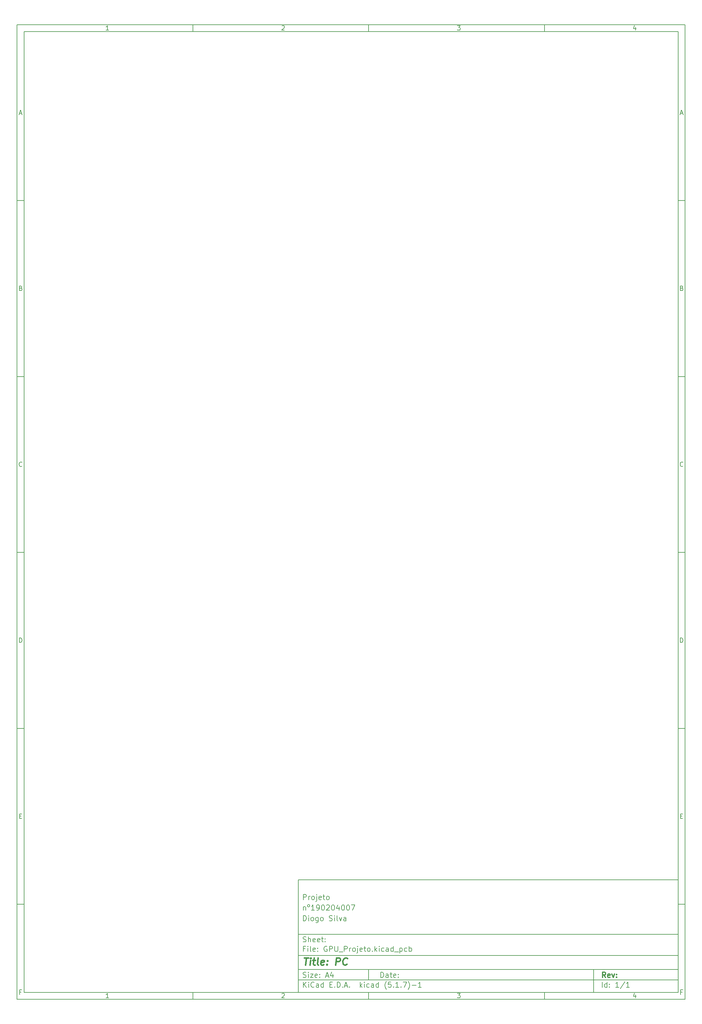
<source format=gbr>
%TF.GenerationSoftware,KiCad,Pcbnew,(5.1.7)-1*%
%TF.CreationDate,2021-02-02T03:53:03+00:00*%
%TF.ProjectId,GPU_Projeto,4750555f-5072-46f6-9a65-746f2e6b6963,rev?*%
%TF.SameCoordinates,Original*%
%TF.FileFunction,Other,User*%
%FSLAX46Y46*%
G04 Gerber Fmt 4.6, Leading zero omitted, Abs format (unit mm)*
G04 Created by KiCad (PCBNEW (5.1.7)-1) date 2021-02-02 03:53:03*
%MOMM*%
%LPD*%
G01*
G04 APERTURE LIST*
%ADD10C,0.100000*%
%ADD11C,0.150000*%
%ADD12C,0.300000*%
%ADD13C,0.400000*%
G04 APERTURE END LIST*
D10*
D11*
X90007200Y-253002200D02*
X90007200Y-285002200D01*
X198007200Y-285002200D01*
X198007200Y-253002200D01*
X90007200Y-253002200D01*
D10*
D11*
X10000000Y-10000000D02*
X10000000Y-287002200D01*
X200007200Y-287002200D01*
X200007200Y-10000000D01*
X10000000Y-10000000D01*
D10*
D11*
X12000000Y-12000000D02*
X12000000Y-285002200D01*
X198007200Y-285002200D01*
X198007200Y-12000000D01*
X12000000Y-12000000D01*
D10*
D11*
X60000000Y-12000000D02*
X60000000Y-10000000D01*
D10*
D11*
X110000000Y-12000000D02*
X110000000Y-10000000D01*
D10*
D11*
X160000000Y-12000000D02*
X160000000Y-10000000D01*
D10*
D11*
X36065476Y-11588095D02*
X35322619Y-11588095D01*
X35694047Y-11588095D02*
X35694047Y-10288095D01*
X35570238Y-10473809D01*
X35446428Y-10597619D01*
X35322619Y-10659523D01*
D10*
D11*
X85322619Y-10411904D02*
X85384523Y-10350000D01*
X85508333Y-10288095D01*
X85817857Y-10288095D01*
X85941666Y-10350000D01*
X86003571Y-10411904D01*
X86065476Y-10535714D01*
X86065476Y-10659523D01*
X86003571Y-10845238D01*
X85260714Y-11588095D01*
X86065476Y-11588095D01*
D10*
D11*
X135260714Y-10288095D02*
X136065476Y-10288095D01*
X135632142Y-10783333D01*
X135817857Y-10783333D01*
X135941666Y-10845238D01*
X136003571Y-10907142D01*
X136065476Y-11030952D01*
X136065476Y-11340476D01*
X136003571Y-11464285D01*
X135941666Y-11526190D01*
X135817857Y-11588095D01*
X135446428Y-11588095D01*
X135322619Y-11526190D01*
X135260714Y-11464285D01*
D10*
D11*
X185941666Y-10721428D02*
X185941666Y-11588095D01*
X185632142Y-10226190D02*
X185322619Y-11154761D01*
X186127380Y-11154761D01*
D10*
D11*
X60000000Y-285002200D02*
X60000000Y-287002200D01*
D10*
D11*
X110000000Y-285002200D02*
X110000000Y-287002200D01*
D10*
D11*
X160000000Y-285002200D02*
X160000000Y-287002200D01*
D10*
D11*
X36065476Y-286590295D02*
X35322619Y-286590295D01*
X35694047Y-286590295D02*
X35694047Y-285290295D01*
X35570238Y-285476009D01*
X35446428Y-285599819D01*
X35322619Y-285661723D01*
D10*
D11*
X85322619Y-285414104D02*
X85384523Y-285352200D01*
X85508333Y-285290295D01*
X85817857Y-285290295D01*
X85941666Y-285352200D01*
X86003571Y-285414104D01*
X86065476Y-285537914D01*
X86065476Y-285661723D01*
X86003571Y-285847438D01*
X85260714Y-286590295D01*
X86065476Y-286590295D01*
D10*
D11*
X135260714Y-285290295D02*
X136065476Y-285290295D01*
X135632142Y-285785533D01*
X135817857Y-285785533D01*
X135941666Y-285847438D01*
X136003571Y-285909342D01*
X136065476Y-286033152D01*
X136065476Y-286342676D01*
X136003571Y-286466485D01*
X135941666Y-286528390D01*
X135817857Y-286590295D01*
X135446428Y-286590295D01*
X135322619Y-286528390D01*
X135260714Y-286466485D01*
D10*
D11*
X185941666Y-285723628D02*
X185941666Y-286590295D01*
X185632142Y-285228390D02*
X185322619Y-286156961D01*
X186127380Y-286156961D01*
D10*
D11*
X10000000Y-60000000D02*
X12000000Y-60000000D01*
D10*
D11*
X10000000Y-110000000D02*
X12000000Y-110000000D01*
D10*
D11*
X10000000Y-160000000D02*
X12000000Y-160000000D01*
D10*
D11*
X10000000Y-210000000D02*
X12000000Y-210000000D01*
D10*
D11*
X10000000Y-260000000D02*
X12000000Y-260000000D01*
D10*
D11*
X10690476Y-35216666D02*
X11309523Y-35216666D01*
X10566666Y-35588095D02*
X11000000Y-34288095D01*
X11433333Y-35588095D01*
D10*
D11*
X11092857Y-84907142D02*
X11278571Y-84969047D01*
X11340476Y-85030952D01*
X11402380Y-85154761D01*
X11402380Y-85340476D01*
X11340476Y-85464285D01*
X11278571Y-85526190D01*
X11154761Y-85588095D01*
X10659523Y-85588095D01*
X10659523Y-84288095D01*
X11092857Y-84288095D01*
X11216666Y-84350000D01*
X11278571Y-84411904D01*
X11340476Y-84535714D01*
X11340476Y-84659523D01*
X11278571Y-84783333D01*
X11216666Y-84845238D01*
X11092857Y-84907142D01*
X10659523Y-84907142D01*
D10*
D11*
X11402380Y-135464285D02*
X11340476Y-135526190D01*
X11154761Y-135588095D01*
X11030952Y-135588095D01*
X10845238Y-135526190D01*
X10721428Y-135402380D01*
X10659523Y-135278571D01*
X10597619Y-135030952D01*
X10597619Y-134845238D01*
X10659523Y-134597619D01*
X10721428Y-134473809D01*
X10845238Y-134350000D01*
X11030952Y-134288095D01*
X11154761Y-134288095D01*
X11340476Y-134350000D01*
X11402380Y-134411904D01*
D10*
D11*
X10659523Y-185588095D02*
X10659523Y-184288095D01*
X10969047Y-184288095D01*
X11154761Y-184350000D01*
X11278571Y-184473809D01*
X11340476Y-184597619D01*
X11402380Y-184845238D01*
X11402380Y-185030952D01*
X11340476Y-185278571D01*
X11278571Y-185402380D01*
X11154761Y-185526190D01*
X10969047Y-185588095D01*
X10659523Y-185588095D01*
D10*
D11*
X10721428Y-234907142D02*
X11154761Y-234907142D01*
X11340476Y-235588095D02*
X10721428Y-235588095D01*
X10721428Y-234288095D01*
X11340476Y-234288095D01*
D10*
D11*
X11185714Y-284907142D02*
X10752380Y-284907142D01*
X10752380Y-285588095D02*
X10752380Y-284288095D01*
X11371428Y-284288095D01*
D10*
D11*
X200007200Y-60000000D02*
X198007200Y-60000000D01*
D10*
D11*
X200007200Y-110000000D02*
X198007200Y-110000000D01*
D10*
D11*
X200007200Y-160000000D02*
X198007200Y-160000000D01*
D10*
D11*
X200007200Y-210000000D02*
X198007200Y-210000000D01*
D10*
D11*
X200007200Y-260000000D02*
X198007200Y-260000000D01*
D10*
D11*
X198697676Y-35216666D02*
X199316723Y-35216666D01*
X198573866Y-35588095D02*
X199007200Y-34288095D01*
X199440533Y-35588095D01*
D10*
D11*
X199100057Y-84907142D02*
X199285771Y-84969047D01*
X199347676Y-85030952D01*
X199409580Y-85154761D01*
X199409580Y-85340476D01*
X199347676Y-85464285D01*
X199285771Y-85526190D01*
X199161961Y-85588095D01*
X198666723Y-85588095D01*
X198666723Y-84288095D01*
X199100057Y-84288095D01*
X199223866Y-84350000D01*
X199285771Y-84411904D01*
X199347676Y-84535714D01*
X199347676Y-84659523D01*
X199285771Y-84783333D01*
X199223866Y-84845238D01*
X199100057Y-84907142D01*
X198666723Y-84907142D01*
D10*
D11*
X199409580Y-135464285D02*
X199347676Y-135526190D01*
X199161961Y-135588095D01*
X199038152Y-135588095D01*
X198852438Y-135526190D01*
X198728628Y-135402380D01*
X198666723Y-135278571D01*
X198604819Y-135030952D01*
X198604819Y-134845238D01*
X198666723Y-134597619D01*
X198728628Y-134473809D01*
X198852438Y-134350000D01*
X199038152Y-134288095D01*
X199161961Y-134288095D01*
X199347676Y-134350000D01*
X199409580Y-134411904D01*
D10*
D11*
X198666723Y-185588095D02*
X198666723Y-184288095D01*
X198976247Y-184288095D01*
X199161961Y-184350000D01*
X199285771Y-184473809D01*
X199347676Y-184597619D01*
X199409580Y-184845238D01*
X199409580Y-185030952D01*
X199347676Y-185278571D01*
X199285771Y-185402380D01*
X199161961Y-185526190D01*
X198976247Y-185588095D01*
X198666723Y-185588095D01*
D10*
D11*
X198728628Y-234907142D02*
X199161961Y-234907142D01*
X199347676Y-235588095D02*
X198728628Y-235588095D01*
X198728628Y-234288095D01*
X199347676Y-234288095D01*
D10*
D11*
X199192914Y-284907142D02*
X198759580Y-284907142D01*
X198759580Y-285588095D02*
X198759580Y-284288095D01*
X199378628Y-284288095D01*
D10*
D11*
X113439342Y-280780771D02*
X113439342Y-279280771D01*
X113796485Y-279280771D01*
X114010771Y-279352200D01*
X114153628Y-279495057D01*
X114225057Y-279637914D01*
X114296485Y-279923628D01*
X114296485Y-280137914D01*
X114225057Y-280423628D01*
X114153628Y-280566485D01*
X114010771Y-280709342D01*
X113796485Y-280780771D01*
X113439342Y-280780771D01*
X115582200Y-280780771D02*
X115582200Y-279995057D01*
X115510771Y-279852200D01*
X115367914Y-279780771D01*
X115082200Y-279780771D01*
X114939342Y-279852200D01*
X115582200Y-280709342D02*
X115439342Y-280780771D01*
X115082200Y-280780771D01*
X114939342Y-280709342D01*
X114867914Y-280566485D01*
X114867914Y-280423628D01*
X114939342Y-280280771D01*
X115082200Y-280209342D01*
X115439342Y-280209342D01*
X115582200Y-280137914D01*
X116082200Y-279780771D02*
X116653628Y-279780771D01*
X116296485Y-279280771D02*
X116296485Y-280566485D01*
X116367914Y-280709342D01*
X116510771Y-280780771D01*
X116653628Y-280780771D01*
X117725057Y-280709342D02*
X117582200Y-280780771D01*
X117296485Y-280780771D01*
X117153628Y-280709342D01*
X117082200Y-280566485D01*
X117082200Y-279995057D01*
X117153628Y-279852200D01*
X117296485Y-279780771D01*
X117582200Y-279780771D01*
X117725057Y-279852200D01*
X117796485Y-279995057D01*
X117796485Y-280137914D01*
X117082200Y-280280771D01*
X118439342Y-280637914D02*
X118510771Y-280709342D01*
X118439342Y-280780771D01*
X118367914Y-280709342D01*
X118439342Y-280637914D01*
X118439342Y-280780771D01*
X118439342Y-279852200D02*
X118510771Y-279923628D01*
X118439342Y-279995057D01*
X118367914Y-279923628D01*
X118439342Y-279852200D01*
X118439342Y-279995057D01*
D10*
D11*
X90007200Y-281502200D02*
X198007200Y-281502200D01*
D10*
D11*
X91439342Y-283580771D02*
X91439342Y-282080771D01*
X92296485Y-283580771D02*
X91653628Y-282723628D01*
X92296485Y-282080771D02*
X91439342Y-282937914D01*
X92939342Y-283580771D02*
X92939342Y-282580771D01*
X92939342Y-282080771D02*
X92867914Y-282152200D01*
X92939342Y-282223628D01*
X93010771Y-282152200D01*
X92939342Y-282080771D01*
X92939342Y-282223628D01*
X94510771Y-283437914D02*
X94439342Y-283509342D01*
X94225057Y-283580771D01*
X94082200Y-283580771D01*
X93867914Y-283509342D01*
X93725057Y-283366485D01*
X93653628Y-283223628D01*
X93582200Y-282937914D01*
X93582200Y-282723628D01*
X93653628Y-282437914D01*
X93725057Y-282295057D01*
X93867914Y-282152200D01*
X94082200Y-282080771D01*
X94225057Y-282080771D01*
X94439342Y-282152200D01*
X94510771Y-282223628D01*
X95796485Y-283580771D02*
X95796485Y-282795057D01*
X95725057Y-282652200D01*
X95582200Y-282580771D01*
X95296485Y-282580771D01*
X95153628Y-282652200D01*
X95796485Y-283509342D02*
X95653628Y-283580771D01*
X95296485Y-283580771D01*
X95153628Y-283509342D01*
X95082200Y-283366485D01*
X95082200Y-283223628D01*
X95153628Y-283080771D01*
X95296485Y-283009342D01*
X95653628Y-283009342D01*
X95796485Y-282937914D01*
X97153628Y-283580771D02*
X97153628Y-282080771D01*
X97153628Y-283509342D02*
X97010771Y-283580771D01*
X96725057Y-283580771D01*
X96582200Y-283509342D01*
X96510771Y-283437914D01*
X96439342Y-283295057D01*
X96439342Y-282866485D01*
X96510771Y-282723628D01*
X96582200Y-282652200D01*
X96725057Y-282580771D01*
X97010771Y-282580771D01*
X97153628Y-282652200D01*
X99010771Y-282795057D02*
X99510771Y-282795057D01*
X99725057Y-283580771D02*
X99010771Y-283580771D01*
X99010771Y-282080771D01*
X99725057Y-282080771D01*
X100367914Y-283437914D02*
X100439342Y-283509342D01*
X100367914Y-283580771D01*
X100296485Y-283509342D01*
X100367914Y-283437914D01*
X100367914Y-283580771D01*
X101082200Y-283580771D02*
X101082200Y-282080771D01*
X101439342Y-282080771D01*
X101653628Y-282152200D01*
X101796485Y-282295057D01*
X101867914Y-282437914D01*
X101939342Y-282723628D01*
X101939342Y-282937914D01*
X101867914Y-283223628D01*
X101796485Y-283366485D01*
X101653628Y-283509342D01*
X101439342Y-283580771D01*
X101082200Y-283580771D01*
X102582200Y-283437914D02*
X102653628Y-283509342D01*
X102582200Y-283580771D01*
X102510771Y-283509342D01*
X102582200Y-283437914D01*
X102582200Y-283580771D01*
X103225057Y-283152200D02*
X103939342Y-283152200D01*
X103082200Y-283580771D02*
X103582200Y-282080771D01*
X104082200Y-283580771D01*
X104582200Y-283437914D02*
X104653628Y-283509342D01*
X104582200Y-283580771D01*
X104510771Y-283509342D01*
X104582200Y-283437914D01*
X104582200Y-283580771D01*
X107582200Y-283580771D02*
X107582200Y-282080771D01*
X107725057Y-283009342D02*
X108153628Y-283580771D01*
X108153628Y-282580771D02*
X107582200Y-283152200D01*
X108796485Y-283580771D02*
X108796485Y-282580771D01*
X108796485Y-282080771D02*
X108725057Y-282152200D01*
X108796485Y-282223628D01*
X108867914Y-282152200D01*
X108796485Y-282080771D01*
X108796485Y-282223628D01*
X110153628Y-283509342D02*
X110010771Y-283580771D01*
X109725057Y-283580771D01*
X109582200Y-283509342D01*
X109510771Y-283437914D01*
X109439342Y-283295057D01*
X109439342Y-282866485D01*
X109510771Y-282723628D01*
X109582200Y-282652200D01*
X109725057Y-282580771D01*
X110010771Y-282580771D01*
X110153628Y-282652200D01*
X111439342Y-283580771D02*
X111439342Y-282795057D01*
X111367914Y-282652200D01*
X111225057Y-282580771D01*
X110939342Y-282580771D01*
X110796485Y-282652200D01*
X111439342Y-283509342D02*
X111296485Y-283580771D01*
X110939342Y-283580771D01*
X110796485Y-283509342D01*
X110725057Y-283366485D01*
X110725057Y-283223628D01*
X110796485Y-283080771D01*
X110939342Y-283009342D01*
X111296485Y-283009342D01*
X111439342Y-282937914D01*
X112796485Y-283580771D02*
X112796485Y-282080771D01*
X112796485Y-283509342D02*
X112653628Y-283580771D01*
X112367914Y-283580771D01*
X112225057Y-283509342D01*
X112153628Y-283437914D01*
X112082200Y-283295057D01*
X112082200Y-282866485D01*
X112153628Y-282723628D01*
X112225057Y-282652200D01*
X112367914Y-282580771D01*
X112653628Y-282580771D01*
X112796485Y-282652200D01*
X115082200Y-284152200D02*
X115010771Y-284080771D01*
X114867914Y-283866485D01*
X114796485Y-283723628D01*
X114725057Y-283509342D01*
X114653628Y-283152200D01*
X114653628Y-282866485D01*
X114725057Y-282509342D01*
X114796485Y-282295057D01*
X114867914Y-282152200D01*
X115010771Y-281937914D01*
X115082200Y-281866485D01*
X116367914Y-282080771D02*
X115653628Y-282080771D01*
X115582200Y-282795057D01*
X115653628Y-282723628D01*
X115796485Y-282652200D01*
X116153628Y-282652200D01*
X116296485Y-282723628D01*
X116367914Y-282795057D01*
X116439342Y-282937914D01*
X116439342Y-283295057D01*
X116367914Y-283437914D01*
X116296485Y-283509342D01*
X116153628Y-283580771D01*
X115796485Y-283580771D01*
X115653628Y-283509342D01*
X115582200Y-283437914D01*
X117082200Y-283437914D02*
X117153628Y-283509342D01*
X117082200Y-283580771D01*
X117010771Y-283509342D01*
X117082200Y-283437914D01*
X117082200Y-283580771D01*
X118582200Y-283580771D02*
X117725057Y-283580771D01*
X118153628Y-283580771D02*
X118153628Y-282080771D01*
X118010771Y-282295057D01*
X117867914Y-282437914D01*
X117725057Y-282509342D01*
X119225057Y-283437914D02*
X119296485Y-283509342D01*
X119225057Y-283580771D01*
X119153628Y-283509342D01*
X119225057Y-283437914D01*
X119225057Y-283580771D01*
X119796485Y-282080771D02*
X120796485Y-282080771D01*
X120153628Y-283580771D01*
X121225057Y-284152200D02*
X121296485Y-284080771D01*
X121439342Y-283866485D01*
X121510771Y-283723628D01*
X121582200Y-283509342D01*
X121653628Y-283152200D01*
X121653628Y-282866485D01*
X121582200Y-282509342D01*
X121510771Y-282295057D01*
X121439342Y-282152200D01*
X121296485Y-281937914D01*
X121225057Y-281866485D01*
X122367914Y-283009342D02*
X123510771Y-283009342D01*
X125010771Y-283580771D02*
X124153628Y-283580771D01*
X124582200Y-283580771D02*
X124582200Y-282080771D01*
X124439342Y-282295057D01*
X124296485Y-282437914D01*
X124153628Y-282509342D01*
D10*
D11*
X90007200Y-278502200D02*
X198007200Y-278502200D01*
D10*
D12*
X177416485Y-280780771D02*
X176916485Y-280066485D01*
X176559342Y-280780771D02*
X176559342Y-279280771D01*
X177130771Y-279280771D01*
X177273628Y-279352200D01*
X177345057Y-279423628D01*
X177416485Y-279566485D01*
X177416485Y-279780771D01*
X177345057Y-279923628D01*
X177273628Y-279995057D01*
X177130771Y-280066485D01*
X176559342Y-280066485D01*
X178630771Y-280709342D02*
X178487914Y-280780771D01*
X178202200Y-280780771D01*
X178059342Y-280709342D01*
X177987914Y-280566485D01*
X177987914Y-279995057D01*
X178059342Y-279852200D01*
X178202200Y-279780771D01*
X178487914Y-279780771D01*
X178630771Y-279852200D01*
X178702200Y-279995057D01*
X178702200Y-280137914D01*
X177987914Y-280280771D01*
X179202200Y-279780771D02*
X179559342Y-280780771D01*
X179916485Y-279780771D01*
X180487914Y-280637914D02*
X180559342Y-280709342D01*
X180487914Y-280780771D01*
X180416485Y-280709342D01*
X180487914Y-280637914D01*
X180487914Y-280780771D01*
X180487914Y-279852200D02*
X180559342Y-279923628D01*
X180487914Y-279995057D01*
X180416485Y-279923628D01*
X180487914Y-279852200D01*
X180487914Y-279995057D01*
D10*
D11*
X91367914Y-280709342D02*
X91582200Y-280780771D01*
X91939342Y-280780771D01*
X92082200Y-280709342D01*
X92153628Y-280637914D01*
X92225057Y-280495057D01*
X92225057Y-280352200D01*
X92153628Y-280209342D01*
X92082200Y-280137914D01*
X91939342Y-280066485D01*
X91653628Y-279995057D01*
X91510771Y-279923628D01*
X91439342Y-279852200D01*
X91367914Y-279709342D01*
X91367914Y-279566485D01*
X91439342Y-279423628D01*
X91510771Y-279352200D01*
X91653628Y-279280771D01*
X92010771Y-279280771D01*
X92225057Y-279352200D01*
X92867914Y-280780771D02*
X92867914Y-279780771D01*
X92867914Y-279280771D02*
X92796485Y-279352200D01*
X92867914Y-279423628D01*
X92939342Y-279352200D01*
X92867914Y-279280771D01*
X92867914Y-279423628D01*
X93439342Y-279780771D02*
X94225057Y-279780771D01*
X93439342Y-280780771D01*
X94225057Y-280780771D01*
X95367914Y-280709342D02*
X95225057Y-280780771D01*
X94939342Y-280780771D01*
X94796485Y-280709342D01*
X94725057Y-280566485D01*
X94725057Y-279995057D01*
X94796485Y-279852200D01*
X94939342Y-279780771D01*
X95225057Y-279780771D01*
X95367914Y-279852200D01*
X95439342Y-279995057D01*
X95439342Y-280137914D01*
X94725057Y-280280771D01*
X96082200Y-280637914D02*
X96153628Y-280709342D01*
X96082200Y-280780771D01*
X96010771Y-280709342D01*
X96082200Y-280637914D01*
X96082200Y-280780771D01*
X96082200Y-279852200D02*
X96153628Y-279923628D01*
X96082200Y-279995057D01*
X96010771Y-279923628D01*
X96082200Y-279852200D01*
X96082200Y-279995057D01*
X97867914Y-280352200D02*
X98582200Y-280352200D01*
X97725057Y-280780771D02*
X98225057Y-279280771D01*
X98725057Y-280780771D01*
X99867914Y-279780771D02*
X99867914Y-280780771D01*
X99510771Y-279209342D02*
X99153628Y-280280771D01*
X100082200Y-280280771D01*
D10*
D11*
X176439342Y-283580771D02*
X176439342Y-282080771D01*
X177796485Y-283580771D02*
X177796485Y-282080771D01*
X177796485Y-283509342D02*
X177653628Y-283580771D01*
X177367914Y-283580771D01*
X177225057Y-283509342D01*
X177153628Y-283437914D01*
X177082200Y-283295057D01*
X177082200Y-282866485D01*
X177153628Y-282723628D01*
X177225057Y-282652200D01*
X177367914Y-282580771D01*
X177653628Y-282580771D01*
X177796485Y-282652200D01*
X178510771Y-283437914D02*
X178582200Y-283509342D01*
X178510771Y-283580771D01*
X178439342Y-283509342D01*
X178510771Y-283437914D01*
X178510771Y-283580771D01*
X178510771Y-282652200D02*
X178582200Y-282723628D01*
X178510771Y-282795057D01*
X178439342Y-282723628D01*
X178510771Y-282652200D01*
X178510771Y-282795057D01*
X181153628Y-283580771D02*
X180296485Y-283580771D01*
X180725057Y-283580771D02*
X180725057Y-282080771D01*
X180582200Y-282295057D01*
X180439342Y-282437914D01*
X180296485Y-282509342D01*
X182867914Y-282009342D02*
X181582200Y-283937914D01*
X184153628Y-283580771D02*
X183296485Y-283580771D01*
X183725057Y-283580771D02*
X183725057Y-282080771D01*
X183582200Y-282295057D01*
X183439342Y-282437914D01*
X183296485Y-282509342D01*
D10*
D11*
X90007200Y-274502200D02*
X198007200Y-274502200D01*
D10*
D13*
X91719580Y-275206961D02*
X92862438Y-275206961D01*
X92041009Y-277206961D02*
X92291009Y-275206961D01*
X93279104Y-277206961D02*
X93445771Y-275873628D01*
X93529104Y-275206961D02*
X93421961Y-275302200D01*
X93505295Y-275397438D01*
X93612438Y-275302200D01*
X93529104Y-275206961D01*
X93505295Y-275397438D01*
X94112438Y-275873628D02*
X94874342Y-275873628D01*
X94481485Y-275206961D02*
X94267200Y-276921247D01*
X94338628Y-277111723D01*
X94517200Y-277206961D01*
X94707676Y-277206961D01*
X95660057Y-277206961D02*
X95481485Y-277111723D01*
X95410057Y-276921247D01*
X95624342Y-275206961D01*
X97195771Y-277111723D02*
X96993390Y-277206961D01*
X96612438Y-277206961D01*
X96433866Y-277111723D01*
X96362438Y-276921247D01*
X96457676Y-276159342D01*
X96576723Y-275968866D01*
X96779104Y-275873628D01*
X97160057Y-275873628D01*
X97338628Y-275968866D01*
X97410057Y-276159342D01*
X97386247Y-276349819D01*
X96410057Y-276540295D01*
X98160057Y-277016485D02*
X98243390Y-277111723D01*
X98136247Y-277206961D01*
X98052914Y-277111723D01*
X98160057Y-277016485D01*
X98136247Y-277206961D01*
X98291009Y-275968866D02*
X98374342Y-276064104D01*
X98267200Y-276159342D01*
X98183866Y-276064104D01*
X98291009Y-275968866D01*
X98267200Y-276159342D01*
X100612438Y-277206961D02*
X100862438Y-275206961D01*
X101624342Y-275206961D01*
X101802914Y-275302200D01*
X101886247Y-275397438D01*
X101957676Y-275587914D01*
X101921961Y-275873628D01*
X101802914Y-276064104D01*
X101695771Y-276159342D01*
X101493390Y-276254580D01*
X100731485Y-276254580D01*
X103779104Y-277016485D02*
X103671961Y-277111723D01*
X103374342Y-277206961D01*
X103183866Y-277206961D01*
X102910057Y-277111723D01*
X102743390Y-276921247D01*
X102671961Y-276730771D01*
X102624342Y-276349819D01*
X102660057Y-276064104D01*
X102802914Y-275683152D01*
X102921961Y-275492676D01*
X103136247Y-275302200D01*
X103433866Y-275206961D01*
X103624342Y-275206961D01*
X103898152Y-275302200D01*
X103981485Y-275397438D01*
D10*
D11*
X91939342Y-272595057D02*
X91439342Y-272595057D01*
X91439342Y-273380771D02*
X91439342Y-271880771D01*
X92153628Y-271880771D01*
X92725057Y-273380771D02*
X92725057Y-272380771D01*
X92725057Y-271880771D02*
X92653628Y-271952200D01*
X92725057Y-272023628D01*
X92796485Y-271952200D01*
X92725057Y-271880771D01*
X92725057Y-272023628D01*
X93653628Y-273380771D02*
X93510771Y-273309342D01*
X93439342Y-273166485D01*
X93439342Y-271880771D01*
X94796485Y-273309342D02*
X94653628Y-273380771D01*
X94367914Y-273380771D01*
X94225057Y-273309342D01*
X94153628Y-273166485D01*
X94153628Y-272595057D01*
X94225057Y-272452200D01*
X94367914Y-272380771D01*
X94653628Y-272380771D01*
X94796485Y-272452200D01*
X94867914Y-272595057D01*
X94867914Y-272737914D01*
X94153628Y-272880771D01*
X95510771Y-273237914D02*
X95582200Y-273309342D01*
X95510771Y-273380771D01*
X95439342Y-273309342D01*
X95510771Y-273237914D01*
X95510771Y-273380771D01*
X95510771Y-272452200D02*
X95582200Y-272523628D01*
X95510771Y-272595057D01*
X95439342Y-272523628D01*
X95510771Y-272452200D01*
X95510771Y-272595057D01*
X98153628Y-271952200D02*
X98010771Y-271880771D01*
X97796485Y-271880771D01*
X97582200Y-271952200D01*
X97439342Y-272095057D01*
X97367914Y-272237914D01*
X97296485Y-272523628D01*
X97296485Y-272737914D01*
X97367914Y-273023628D01*
X97439342Y-273166485D01*
X97582200Y-273309342D01*
X97796485Y-273380771D01*
X97939342Y-273380771D01*
X98153628Y-273309342D01*
X98225057Y-273237914D01*
X98225057Y-272737914D01*
X97939342Y-272737914D01*
X98867914Y-273380771D02*
X98867914Y-271880771D01*
X99439342Y-271880771D01*
X99582200Y-271952200D01*
X99653628Y-272023628D01*
X99725057Y-272166485D01*
X99725057Y-272380771D01*
X99653628Y-272523628D01*
X99582200Y-272595057D01*
X99439342Y-272666485D01*
X98867914Y-272666485D01*
X100367914Y-271880771D02*
X100367914Y-273095057D01*
X100439342Y-273237914D01*
X100510771Y-273309342D01*
X100653628Y-273380771D01*
X100939342Y-273380771D01*
X101082200Y-273309342D01*
X101153628Y-273237914D01*
X101225057Y-273095057D01*
X101225057Y-271880771D01*
X101582200Y-273523628D02*
X102725057Y-273523628D01*
X103082200Y-273380771D02*
X103082200Y-271880771D01*
X103653628Y-271880771D01*
X103796485Y-271952200D01*
X103867914Y-272023628D01*
X103939342Y-272166485D01*
X103939342Y-272380771D01*
X103867914Y-272523628D01*
X103796485Y-272595057D01*
X103653628Y-272666485D01*
X103082200Y-272666485D01*
X104582200Y-273380771D02*
X104582200Y-272380771D01*
X104582200Y-272666485D02*
X104653628Y-272523628D01*
X104725057Y-272452200D01*
X104867914Y-272380771D01*
X105010771Y-272380771D01*
X105725057Y-273380771D02*
X105582200Y-273309342D01*
X105510771Y-273237914D01*
X105439342Y-273095057D01*
X105439342Y-272666485D01*
X105510771Y-272523628D01*
X105582200Y-272452200D01*
X105725057Y-272380771D01*
X105939342Y-272380771D01*
X106082200Y-272452200D01*
X106153628Y-272523628D01*
X106225057Y-272666485D01*
X106225057Y-273095057D01*
X106153628Y-273237914D01*
X106082200Y-273309342D01*
X105939342Y-273380771D01*
X105725057Y-273380771D01*
X106867914Y-272380771D02*
X106867914Y-273666485D01*
X106796485Y-273809342D01*
X106653628Y-273880771D01*
X106582200Y-273880771D01*
X106867914Y-271880771D02*
X106796485Y-271952200D01*
X106867914Y-272023628D01*
X106939342Y-271952200D01*
X106867914Y-271880771D01*
X106867914Y-272023628D01*
X108153628Y-273309342D02*
X108010771Y-273380771D01*
X107725057Y-273380771D01*
X107582200Y-273309342D01*
X107510771Y-273166485D01*
X107510771Y-272595057D01*
X107582200Y-272452200D01*
X107725057Y-272380771D01*
X108010771Y-272380771D01*
X108153628Y-272452200D01*
X108225057Y-272595057D01*
X108225057Y-272737914D01*
X107510771Y-272880771D01*
X108653628Y-272380771D02*
X109225057Y-272380771D01*
X108867914Y-271880771D02*
X108867914Y-273166485D01*
X108939342Y-273309342D01*
X109082200Y-273380771D01*
X109225057Y-273380771D01*
X109939342Y-273380771D02*
X109796485Y-273309342D01*
X109725057Y-273237914D01*
X109653628Y-273095057D01*
X109653628Y-272666485D01*
X109725057Y-272523628D01*
X109796485Y-272452200D01*
X109939342Y-272380771D01*
X110153628Y-272380771D01*
X110296485Y-272452200D01*
X110367914Y-272523628D01*
X110439342Y-272666485D01*
X110439342Y-273095057D01*
X110367914Y-273237914D01*
X110296485Y-273309342D01*
X110153628Y-273380771D01*
X109939342Y-273380771D01*
X111082200Y-273237914D02*
X111153628Y-273309342D01*
X111082200Y-273380771D01*
X111010771Y-273309342D01*
X111082200Y-273237914D01*
X111082200Y-273380771D01*
X111796485Y-273380771D02*
X111796485Y-271880771D01*
X111939342Y-272809342D02*
X112367914Y-273380771D01*
X112367914Y-272380771D02*
X111796485Y-272952200D01*
X113010771Y-273380771D02*
X113010771Y-272380771D01*
X113010771Y-271880771D02*
X112939342Y-271952200D01*
X113010771Y-272023628D01*
X113082200Y-271952200D01*
X113010771Y-271880771D01*
X113010771Y-272023628D01*
X114367914Y-273309342D02*
X114225057Y-273380771D01*
X113939342Y-273380771D01*
X113796485Y-273309342D01*
X113725057Y-273237914D01*
X113653628Y-273095057D01*
X113653628Y-272666485D01*
X113725057Y-272523628D01*
X113796485Y-272452200D01*
X113939342Y-272380771D01*
X114225057Y-272380771D01*
X114367914Y-272452200D01*
X115653628Y-273380771D02*
X115653628Y-272595057D01*
X115582200Y-272452200D01*
X115439342Y-272380771D01*
X115153628Y-272380771D01*
X115010771Y-272452200D01*
X115653628Y-273309342D02*
X115510771Y-273380771D01*
X115153628Y-273380771D01*
X115010771Y-273309342D01*
X114939342Y-273166485D01*
X114939342Y-273023628D01*
X115010771Y-272880771D01*
X115153628Y-272809342D01*
X115510771Y-272809342D01*
X115653628Y-272737914D01*
X117010771Y-273380771D02*
X117010771Y-271880771D01*
X117010771Y-273309342D02*
X116867914Y-273380771D01*
X116582200Y-273380771D01*
X116439342Y-273309342D01*
X116367914Y-273237914D01*
X116296485Y-273095057D01*
X116296485Y-272666485D01*
X116367914Y-272523628D01*
X116439342Y-272452200D01*
X116582200Y-272380771D01*
X116867914Y-272380771D01*
X117010771Y-272452200D01*
X117367914Y-273523628D02*
X118510771Y-273523628D01*
X118867914Y-272380771D02*
X118867914Y-273880771D01*
X118867914Y-272452200D02*
X119010771Y-272380771D01*
X119296485Y-272380771D01*
X119439342Y-272452200D01*
X119510771Y-272523628D01*
X119582200Y-272666485D01*
X119582200Y-273095057D01*
X119510771Y-273237914D01*
X119439342Y-273309342D01*
X119296485Y-273380771D01*
X119010771Y-273380771D01*
X118867914Y-273309342D01*
X120867914Y-273309342D02*
X120725057Y-273380771D01*
X120439342Y-273380771D01*
X120296485Y-273309342D01*
X120225057Y-273237914D01*
X120153628Y-273095057D01*
X120153628Y-272666485D01*
X120225057Y-272523628D01*
X120296485Y-272452200D01*
X120439342Y-272380771D01*
X120725057Y-272380771D01*
X120867914Y-272452200D01*
X121510771Y-273380771D02*
X121510771Y-271880771D01*
X121510771Y-272452200D02*
X121653628Y-272380771D01*
X121939342Y-272380771D01*
X122082200Y-272452200D01*
X122153628Y-272523628D01*
X122225057Y-272666485D01*
X122225057Y-273095057D01*
X122153628Y-273237914D01*
X122082200Y-273309342D01*
X121939342Y-273380771D01*
X121653628Y-273380771D01*
X121510771Y-273309342D01*
D10*
D11*
X90007200Y-268502200D02*
X198007200Y-268502200D01*
D10*
D11*
X91367914Y-270609342D02*
X91582200Y-270680771D01*
X91939342Y-270680771D01*
X92082200Y-270609342D01*
X92153628Y-270537914D01*
X92225057Y-270395057D01*
X92225057Y-270252200D01*
X92153628Y-270109342D01*
X92082200Y-270037914D01*
X91939342Y-269966485D01*
X91653628Y-269895057D01*
X91510771Y-269823628D01*
X91439342Y-269752200D01*
X91367914Y-269609342D01*
X91367914Y-269466485D01*
X91439342Y-269323628D01*
X91510771Y-269252200D01*
X91653628Y-269180771D01*
X92010771Y-269180771D01*
X92225057Y-269252200D01*
X92867914Y-270680771D02*
X92867914Y-269180771D01*
X93510771Y-270680771D02*
X93510771Y-269895057D01*
X93439342Y-269752200D01*
X93296485Y-269680771D01*
X93082200Y-269680771D01*
X92939342Y-269752200D01*
X92867914Y-269823628D01*
X94796485Y-270609342D02*
X94653628Y-270680771D01*
X94367914Y-270680771D01*
X94225057Y-270609342D01*
X94153628Y-270466485D01*
X94153628Y-269895057D01*
X94225057Y-269752200D01*
X94367914Y-269680771D01*
X94653628Y-269680771D01*
X94796485Y-269752200D01*
X94867914Y-269895057D01*
X94867914Y-270037914D01*
X94153628Y-270180771D01*
X96082200Y-270609342D02*
X95939342Y-270680771D01*
X95653628Y-270680771D01*
X95510771Y-270609342D01*
X95439342Y-270466485D01*
X95439342Y-269895057D01*
X95510771Y-269752200D01*
X95653628Y-269680771D01*
X95939342Y-269680771D01*
X96082200Y-269752200D01*
X96153628Y-269895057D01*
X96153628Y-270037914D01*
X95439342Y-270180771D01*
X96582200Y-269680771D02*
X97153628Y-269680771D01*
X96796485Y-269180771D02*
X96796485Y-270466485D01*
X96867914Y-270609342D01*
X97010771Y-270680771D01*
X97153628Y-270680771D01*
X97653628Y-270537914D02*
X97725057Y-270609342D01*
X97653628Y-270680771D01*
X97582200Y-270609342D01*
X97653628Y-270537914D01*
X97653628Y-270680771D01*
X97653628Y-269752200D02*
X97725057Y-269823628D01*
X97653628Y-269895057D01*
X97582200Y-269823628D01*
X97653628Y-269752200D01*
X97653628Y-269895057D01*
D10*
D11*
X91439342Y-264680771D02*
X91439342Y-263180771D01*
X91796485Y-263180771D01*
X92010771Y-263252200D01*
X92153628Y-263395057D01*
X92225057Y-263537914D01*
X92296485Y-263823628D01*
X92296485Y-264037914D01*
X92225057Y-264323628D01*
X92153628Y-264466485D01*
X92010771Y-264609342D01*
X91796485Y-264680771D01*
X91439342Y-264680771D01*
X92939342Y-264680771D02*
X92939342Y-263680771D01*
X92939342Y-263180771D02*
X92867914Y-263252200D01*
X92939342Y-263323628D01*
X93010771Y-263252200D01*
X92939342Y-263180771D01*
X92939342Y-263323628D01*
X93867914Y-264680771D02*
X93725057Y-264609342D01*
X93653628Y-264537914D01*
X93582200Y-264395057D01*
X93582200Y-263966485D01*
X93653628Y-263823628D01*
X93725057Y-263752200D01*
X93867914Y-263680771D01*
X94082200Y-263680771D01*
X94225057Y-263752200D01*
X94296485Y-263823628D01*
X94367914Y-263966485D01*
X94367914Y-264395057D01*
X94296485Y-264537914D01*
X94225057Y-264609342D01*
X94082200Y-264680771D01*
X93867914Y-264680771D01*
X95653628Y-263680771D02*
X95653628Y-264895057D01*
X95582200Y-265037914D01*
X95510771Y-265109342D01*
X95367914Y-265180771D01*
X95153628Y-265180771D01*
X95010771Y-265109342D01*
X95653628Y-264609342D02*
X95510771Y-264680771D01*
X95225057Y-264680771D01*
X95082200Y-264609342D01*
X95010771Y-264537914D01*
X94939342Y-264395057D01*
X94939342Y-263966485D01*
X95010771Y-263823628D01*
X95082200Y-263752200D01*
X95225057Y-263680771D01*
X95510771Y-263680771D01*
X95653628Y-263752200D01*
X96582200Y-264680771D02*
X96439342Y-264609342D01*
X96367914Y-264537914D01*
X96296485Y-264395057D01*
X96296485Y-263966485D01*
X96367914Y-263823628D01*
X96439342Y-263752200D01*
X96582200Y-263680771D01*
X96796485Y-263680771D01*
X96939342Y-263752200D01*
X97010771Y-263823628D01*
X97082200Y-263966485D01*
X97082200Y-264395057D01*
X97010771Y-264537914D01*
X96939342Y-264609342D01*
X96796485Y-264680771D01*
X96582200Y-264680771D01*
X98796485Y-264609342D02*
X99010771Y-264680771D01*
X99367914Y-264680771D01*
X99510771Y-264609342D01*
X99582200Y-264537914D01*
X99653628Y-264395057D01*
X99653628Y-264252200D01*
X99582200Y-264109342D01*
X99510771Y-264037914D01*
X99367914Y-263966485D01*
X99082200Y-263895057D01*
X98939342Y-263823628D01*
X98867914Y-263752200D01*
X98796485Y-263609342D01*
X98796485Y-263466485D01*
X98867914Y-263323628D01*
X98939342Y-263252200D01*
X99082200Y-263180771D01*
X99439342Y-263180771D01*
X99653628Y-263252200D01*
X100296485Y-264680771D02*
X100296485Y-263680771D01*
X100296485Y-263180771D02*
X100225057Y-263252200D01*
X100296485Y-263323628D01*
X100367914Y-263252200D01*
X100296485Y-263180771D01*
X100296485Y-263323628D01*
X101225057Y-264680771D02*
X101082200Y-264609342D01*
X101010771Y-264466485D01*
X101010771Y-263180771D01*
X101653628Y-263680771D02*
X102010771Y-264680771D01*
X102367914Y-263680771D01*
X103582200Y-264680771D02*
X103582200Y-263895057D01*
X103510771Y-263752200D01*
X103367914Y-263680771D01*
X103082200Y-263680771D01*
X102939342Y-263752200D01*
X103582200Y-264609342D02*
X103439342Y-264680771D01*
X103082200Y-264680771D01*
X102939342Y-264609342D01*
X102867914Y-264466485D01*
X102867914Y-264323628D01*
X102939342Y-264180771D01*
X103082200Y-264109342D01*
X103439342Y-264109342D01*
X103582200Y-264037914D01*
D10*
D11*
X91439342Y-260680771D02*
X91439342Y-261680771D01*
X91439342Y-260823628D02*
X91510771Y-260752200D01*
X91653628Y-260680771D01*
X91867914Y-260680771D01*
X92010771Y-260752200D01*
X92082200Y-260895057D01*
X92082200Y-261680771D01*
X92867914Y-260752200D02*
X92725057Y-260680771D01*
X92653628Y-260537914D01*
X92653628Y-260252200D01*
X92725057Y-260109342D01*
X92867914Y-260037914D01*
X93010771Y-260037914D01*
X93153628Y-260109342D01*
X93225057Y-260252200D01*
X93225057Y-260537914D01*
X93153628Y-260680771D01*
X93010771Y-260752200D01*
X92867914Y-260752200D01*
X94582200Y-261680771D02*
X93725057Y-261680771D01*
X94153628Y-261680771D02*
X94153628Y-260180771D01*
X94010771Y-260395057D01*
X93867914Y-260537914D01*
X93725057Y-260609342D01*
X95296485Y-261680771D02*
X95582200Y-261680771D01*
X95725057Y-261609342D01*
X95796485Y-261537914D01*
X95939342Y-261323628D01*
X96010771Y-261037914D01*
X96010771Y-260466485D01*
X95939342Y-260323628D01*
X95867914Y-260252200D01*
X95725057Y-260180771D01*
X95439342Y-260180771D01*
X95296485Y-260252200D01*
X95225057Y-260323628D01*
X95153628Y-260466485D01*
X95153628Y-260823628D01*
X95225057Y-260966485D01*
X95296485Y-261037914D01*
X95439342Y-261109342D01*
X95725057Y-261109342D01*
X95867914Y-261037914D01*
X95939342Y-260966485D01*
X96010771Y-260823628D01*
X96939342Y-260180771D02*
X97082200Y-260180771D01*
X97225057Y-260252200D01*
X97296485Y-260323628D01*
X97367914Y-260466485D01*
X97439342Y-260752200D01*
X97439342Y-261109342D01*
X97367914Y-261395057D01*
X97296485Y-261537914D01*
X97225057Y-261609342D01*
X97082200Y-261680771D01*
X96939342Y-261680771D01*
X96796485Y-261609342D01*
X96725057Y-261537914D01*
X96653628Y-261395057D01*
X96582200Y-261109342D01*
X96582200Y-260752200D01*
X96653628Y-260466485D01*
X96725057Y-260323628D01*
X96796485Y-260252200D01*
X96939342Y-260180771D01*
X98010771Y-260323628D02*
X98082200Y-260252200D01*
X98225057Y-260180771D01*
X98582200Y-260180771D01*
X98725057Y-260252200D01*
X98796485Y-260323628D01*
X98867914Y-260466485D01*
X98867914Y-260609342D01*
X98796485Y-260823628D01*
X97939342Y-261680771D01*
X98867914Y-261680771D01*
X99796485Y-260180771D02*
X99939342Y-260180771D01*
X100082200Y-260252200D01*
X100153628Y-260323628D01*
X100225057Y-260466485D01*
X100296485Y-260752200D01*
X100296485Y-261109342D01*
X100225057Y-261395057D01*
X100153628Y-261537914D01*
X100082200Y-261609342D01*
X99939342Y-261680771D01*
X99796485Y-261680771D01*
X99653628Y-261609342D01*
X99582200Y-261537914D01*
X99510771Y-261395057D01*
X99439342Y-261109342D01*
X99439342Y-260752200D01*
X99510771Y-260466485D01*
X99582200Y-260323628D01*
X99653628Y-260252200D01*
X99796485Y-260180771D01*
X101582200Y-260680771D02*
X101582200Y-261680771D01*
X101225057Y-260109342D02*
X100867914Y-261180771D01*
X101796485Y-261180771D01*
X102653628Y-260180771D02*
X102796485Y-260180771D01*
X102939342Y-260252200D01*
X103010771Y-260323628D01*
X103082200Y-260466485D01*
X103153628Y-260752200D01*
X103153628Y-261109342D01*
X103082200Y-261395057D01*
X103010771Y-261537914D01*
X102939342Y-261609342D01*
X102796485Y-261680771D01*
X102653628Y-261680771D01*
X102510771Y-261609342D01*
X102439342Y-261537914D01*
X102367914Y-261395057D01*
X102296485Y-261109342D01*
X102296485Y-260752200D01*
X102367914Y-260466485D01*
X102439342Y-260323628D01*
X102510771Y-260252200D01*
X102653628Y-260180771D01*
X104082200Y-260180771D02*
X104225057Y-260180771D01*
X104367914Y-260252200D01*
X104439342Y-260323628D01*
X104510771Y-260466485D01*
X104582200Y-260752200D01*
X104582200Y-261109342D01*
X104510771Y-261395057D01*
X104439342Y-261537914D01*
X104367914Y-261609342D01*
X104225057Y-261680771D01*
X104082200Y-261680771D01*
X103939342Y-261609342D01*
X103867914Y-261537914D01*
X103796485Y-261395057D01*
X103725057Y-261109342D01*
X103725057Y-260752200D01*
X103796485Y-260466485D01*
X103867914Y-260323628D01*
X103939342Y-260252200D01*
X104082200Y-260180771D01*
X105082200Y-260180771D02*
X106082200Y-260180771D01*
X105439342Y-261680771D01*
D10*
D11*
X91439342Y-258680771D02*
X91439342Y-257180771D01*
X92010771Y-257180771D01*
X92153628Y-257252200D01*
X92225057Y-257323628D01*
X92296485Y-257466485D01*
X92296485Y-257680771D01*
X92225057Y-257823628D01*
X92153628Y-257895057D01*
X92010771Y-257966485D01*
X91439342Y-257966485D01*
X92939342Y-258680771D02*
X92939342Y-257680771D01*
X92939342Y-257966485D02*
X93010771Y-257823628D01*
X93082200Y-257752200D01*
X93225057Y-257680771D01*
X93367914Y-257680771D01*
X94082200Y-258680771D02*
X93939342Y-258609342D01*
X93867914Y-258537914D01*
X93796485Y-258395057D01*
X93796485Y-257966485D01*
X93867914Y-257823628D01*
X93939342Y-257752200D01*
X94082200Y-257680771D01*
X94296485Y-257680771D01*
X94439342Y-257752200D01*
X94510771Y-257823628D01*
X94582200Y-257966485D01*
X94582200Y-258395057D01*
X94510771Y-258537914D01*
X94439342Y-258609342D01*
X94296485Y-258680771D01*
X94082200Y-258680771D01*
X95225057Y-257680771D02*
X95225057Y-258966485D01*
X95153628Y-259109342D01*
X95010771Y-259180771D01*
X94939342Y-259180771D01*
X95225057Y-257180771D02*
X95153628Y-257252200D01*
X95225057Y-257323628D01*
X95296485Y-257252200D01*
X95225057Y-257180771D01*
X95225057Y-257323628D01*
X96510771Y-258609342D02*
X96367914Y-258680771D01*
X96082200Y-258680771D01*
X95939342Y-258609342D01*
X95867914Y-258466485D01*
X95867914Y-257895057D01*
X95939342Y-257752200D01*
X96082200Y-257680771D01*
X96367914Y-257680771D01*
X96510771Y-257752200D01*
X96582200Y-257895057D01*
X96582200Y-258037914D01*
X95867914Y-258180771D01*
X97010771Y-257680771D02*
X97582200Y-257680771D01*
X97225057Y-257180771D02*
X97225057Y-258466485D01*
X97296485Y-258609342D01*
X97439342Y-258680771D01*
X97582200Y-258680771D01*
X98296485Y-258680771D02*
X98153628Y-258609342D01*
X98082200Y-258537914D01*
X98010771Y-258395057D01*
X98010771Y-257966485D01*
X98082200Y-257823628D01*
X98153628Y-257752200D01*
X98296485Y-257680771D01*
X98510771Y-257680771D01*
X98653628Y-257752200D01*
X98725057Y-257823628D01*
X98796485Y-257966485D01*
X98796485Y-258395057D01*
X98725057Y-258537914D01*
X98653628Y-258609342D01*
X98510771Y-258680771D01*
X98296485Y-258680771D01*
D10*
D11*
X110007200Y-278502200D02*
X110007200Y-281502200D01*
D10*
D11*
X174007200Y-278502200D02*
X174007200Y-285002200D01*
M02*

</source>
